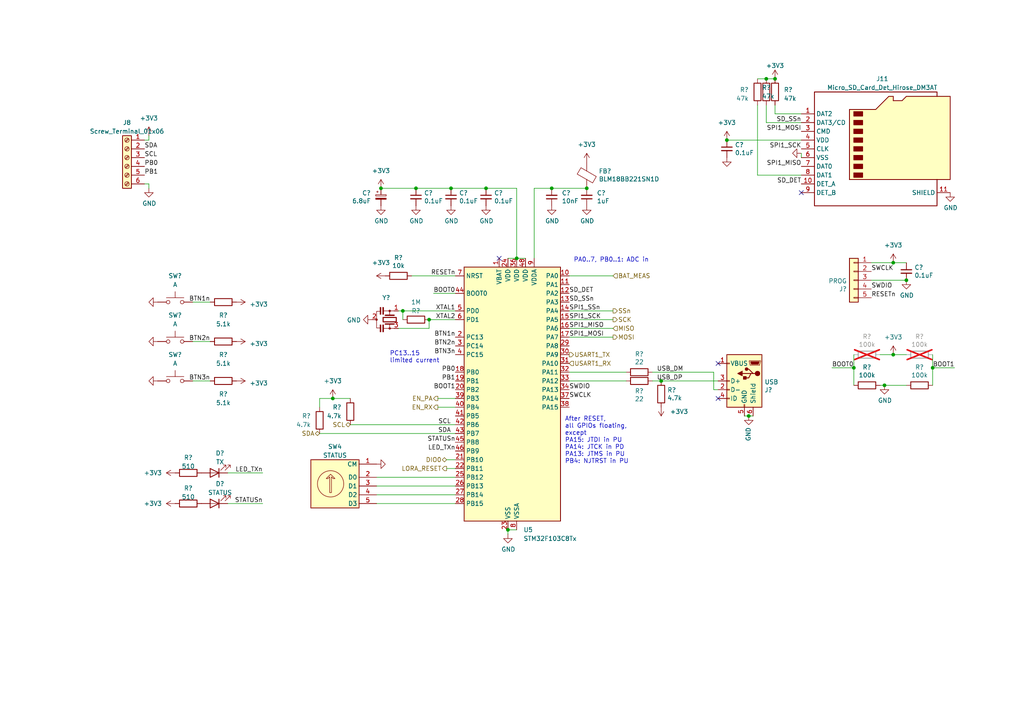
<source format=kicad_sch>
(kicad_sch (version 20230121) (generator eeschema)
  (paper "A4")
  (title_block (title "Hercules") (date "2023-07-26") (rev "0") (company "HB9EGM") (comment 1 "LoRa GNSS Tracker with PA"))
  (lib_symbols
    (symbol "Connector:Micro_SD_Card_Det_Hirose_DM3AT"
      (property "Reference" "J" (at -16.51 17.78 0))
      (property "Value" "Micro_SD_Card_Det_Hirose_DM3AT" (at 16.51 17.78 0))
      (symbol "Micro_SD_Card_Det_Hirose_DM3AT_0_1"
        (rectangle (start -7.62 -6.985) (end -5.08 -8.255) (stroke (width 0.254)) (fill (type outline)))
        (rectangle (start -7.62 -4.445) (end -5.08 -5.715) (stroke (width 0.254)) (fill (type outline)))
        (rectangle (start -7.62 -1.905) (end -5.08 -3.175) (stroke (width 0.254)) (fill (type outline)))
        (rectangle (start -7.62 0.635) (end -5.08 -0.635) (stroke (width 0.254)) (fill (type outline)))
        (rectangle (start -7.62 3.175) (end -5.08 1.905) (stroke (width 0.254)) (fill (type outline)))
        (rectangle (start -7.62 5.715) (end -5.08 4.445) (stroke (width 0.254)) (fill (type outline)))
        (rectangle (start -7.62 8.255) (end -5.08 6.985) (stroke (width 0.254)) (fill (type outline)))
        (rectangle (start -7.62 10.795) (end -5.08 9.525) (stroke (width 0.254)) (fill (type outline)))
        (polyline (pts (xy 16.51 15.24) (xy 16.51 16.51) (xy -19.05 16.51) (xy -19.05 -16.51) (xy 16.51 -16.51) (xy 16.51 -8.89)) (stroke (width 0.254)))
        (polyline (pts (xy -8.89 -8.89) (xy -8.89 11.43) (xy -1.27 11.43) (xy 2.54 15.24) (xy 3.81 15.24) (xy 3.81 13.97) (xy 6.35 13.97) (xy 7.62 15.24) (xy 20.32 15.24) (xy 20.32 -8.89) (xy -8.89 -8.89)) (stroke (width 0.254)) (fill (type background)))
      )
      (symbol "Micro_SD_Card_Det_Hirose_DM3AT_1_1"
        (pin bidirectional line (at -22.86 10.16 0) (length 3.81) (name "DAT2") (number "1"))
        (pin passive line (at -22.86 -10.16 0) (length 3.81) (name "DET_A") (number "10"))
        (pin passive line (at 20.32 -12.7 180) (length 3.81) (name "SHIELD") (number "11"))
        (pin bidirectional line (at -22.86 7.62 0) (length 3.81) (name "DAT3/CD") (number "2"))
        (pin input line (at -22.86 5.08 0) (length 3.81) (name "CMD") (number "3"))
        (pin power_in line (at -22.86 2.54 0) (length 3.81) (name "VDD") (number "4"))
        (pin input line (at -22.86 0 0) (length 3.81) (name "CLK") (number "5"))
        (pin power_in line (at -22.86 -2.54 0) (length 3.81) (name "VSS") (number "6"))
        (pin bidirectional line (at -22.86 -5.08 0) (length 3.81) (name "DAT0") (number "7"))
        (pin bidirectional line (at -22.86 -7.62 0) (length 3.81) (name "DAT1") (number "8"))
        (pin passive line (at -22.86 -12.7 0) (length 3.81) (name "DET_B") (number "9"))
      )
    )
    (symbol "Connector:Screw_Terminal_01x06" (pin_names (offset 1.016) hide)
      (property "Reference" "J" (at 0 7.62 0))
      (property "Value" "Screw_Terminal_01x06" (at 0 -10.16 0))
      (symbol "Screw_Terminal_01x06_1_1"
        (rectangle (start -1.27 6.35) (end 1.27 -8.89) (stroke (width 0.254)) (fill (type background)))
        (circle (center 0 -7.62) (radius 0.635) (stroke (width 0.1524)))
        (circle (center 0 -5.08) (radius 0.635) (stroke (width 0.1524)))
        (circle (center 0 -2.54) (radius 0.635) (stroke (width 0.1524)))
        (polyline (pts (xy -0.5334 -7.2898) (xy 0.3302 -8.128)) (stroke (width 0.1524)))
        (polyline (pts (xy -0.5334 -4.7498) (xy 0.3302 -5.588)) (stroke (width 0.1524)))
        (polyline (pts (xy -0.5334 -2.2098) (xy 0.3302 -3.048)) (stroke (width 0.1524)))
        (polyline (pts (xy -0.5334 0.3302) (xy 0.3302 -0.508)) (stroke (width 0.1524)))
        (polyline (pts (xy -0.5334 2.8702) (xy 0.3302 2.032)) (stroke (width 0.1524)))
        (polyline (pts (xy -0.5334 5.4102) (xy 0.3302 4.572)) (stroke (width 0.1524)))
        (polyline (pts (xy -0.3556 -7.112) (xy 0.508 -7.9502)) (stroke (width 0.1524)))
        (polyline (pts (xy -0.3556 -4.572) (xy 0.508 -5.4102)) (stroke (width 0.1524)))
        (polyline (pts (xy -0.3556 -2.032) (xy 0.508 -2.8702)) (stroke (width 0.1524)))
        (polyline (pts (xy -0.3556 0.508) (xy 0.508 -0.3302)) (stroke (width 0.1524)))
        (polyline (pts (xy -0.3556 3.048) (xy 0.508 2.2098)) (stroke (width 0.1524)))
        (polyline (pts (xy -0.3556 5.588) (xy 0.508 4.7498)) (stroke (width 0.1524)))
        (circle (center 0 0) (radius 0.635) (stroke (width 0.1524)))
        (circle (center 0 2.54) (radius 0.635) (stroke (width 0.1524)))
        (circle (center 0 5.08) (radius 0.635) (stroke (width 0.1524)))
        (pin passive line (at -5.08 5.08 0) (length 3.81) (name "Pin_1") (number "1"))
        (pin passive line (at -5.08 2.54 0) (length 3.81) (name "Pin_2") (number "2"))
        (pin passive line (at -5.08 0 0) (length 3.81) (name "Pin_3") (number "3"))
        (pin passive line (at -5.08 -2.54 0) (length 3.81) (name "Pin_4") (number "4"))
        (pin passive line (at -5.08 -5.08 0) (length 3.81) (name "Pin_5") (number "5"))
        (pin passive line (at -5.08 -7.62 0) (length 3.81) (name "Pin_6") (number "6"))
      )
    )
    (symbol "Connector:USB_B_Micro" (pin_names (offset 1.016))
      (property "Reference" "J" (at -5.08 11.43 0))
      (property "Value" "USB_B_Micro" (at -5.08 8.89 0))
      (symbol "USB_B_Micro_0_1"
        (rectangle (start -5.08 -7.62) (end 5.08 7.62) (stroke (width 0.254)) (fill (type background)))
        (circle (center -3.81 2.159) (radius 0.635) (stroke (width 0.254)) (fill (type outline)))
        (circle (center -0.635 3.429) (radius 0.381) (stroke (width 0.254)) (fill (type outline)))
        (rectangle (start -0.127 -7.62) (end 0.127 -6.858))
        (polyline (pts (xy -1.905 2.159) (xy 0.635 2.159)) (stroke (width 0.254)))
        (polyline (pts (xy -3.175 2.159) (xy -2.54 2.159) (xy -1.27 3.429) (xy -0.635 3.429)) (stroke (width 0.254)))
        (polyline (pts (xy -2.54 2.159) (xy -1.905 2.159) (xy -1.27 0.889) (xy 0 0.889)) (stroke (width 0.254)))
        (polyline (pts (xy 0.635 2.794) (xy 0.635 1.524) (xy 1.905 2.159) (xy 0.635 2.794)) (stroke (width 0.254)) (fill (type outline)))
        (polyline (pts (xy -4.318 5.588) (xy -1.778 5.588) (xy -2.032 4.826) (xy -4.064 4.826) (xy -4.318 5.588)) (fill (type outline)))
        (polyline (pts (xy -4.699 5.842) (xy -4.699 5.588) (xy -4.445 4.826) (xy -4.445 4.572) (xy -1.651 4.572) (xy -1.651 4.826) (xy -1.397 5.588) (xy -1.397 5.842) (xy -4.699 5.842)))
        (rectangle (start 0.254 1.27) (end -0.508 0.508) (stroke (width 0.254)) (fill (type outline)))
        (rectangle (start 5.08 -5.207) (end 4.318 -4.953))
        (rectangle (start 5.08 -2.667) (end 4.318 -2.413))
        (rectangle (start 5.08 -0.127) (end 4.318 0.127))
        (rectangle (start 5.08 4.953) (end 4.318 5.207))
      )
      (symbol "USB_B_Micro_1_1"
        (pin power_out line (at 7.62 5.08 180) (length 2.54) (name "VBUS") (number "1"))
        (pin bidirectional line (at 7.62 -2.54 180) (length 2.54) (name "D-") (number "2"))
        (pin bidirectional line (at 7.62 0 180) (length 2.54) (name "D+") (number "3"))
        (pin passive line (at 7.62 -5.08 180) (length 2.54) (name "ID") (number "4"))
        (pin power_out line (at 0 -10.16 90) (length 2.54) (name "GND") (number "5"))
        (pin passive line (at -2.54 -10.16 90) (length 2.54) (name "Shield") (number "6"))
      )
    )
    (symbol "Connector_Generic:Conn_01x05" (pin_names (offset 1.016) hide)
      (property "Reference" "J" (at 0 7.62 0))
      (property "Value" "Conn_01x05" (at 0 -7.62 0))
      (symbol "Conn_01x05_1_1"
        (rectangle (start -1.27 -4.953) (end 0 -5.207) (stroke (width 0.1524)))
        (rectangle (start -1.27 -2.413) (end 0 -2.667) (stroke (width 0.1524)))
        (rectangle (start -1.27 0.127) (end 0 -0.127) (stroke (width 0.1524)))
        (rectangle (start -1.27 2.667) (end 0 2.413) (stroke (width 0.1524)))
        (rectangle (start -1.27 5.207) (end 0 4.953) (stroke (width 0.1524)))
        (rectangle (start -1.27 6.35) (end 1.27 -6.35) (stroke (width 0.254)) (fill (type background)))
        (pin passive line (at -5.08 5.08 0) (length 3.81) (name "Pin_1") (number "1"))
        (pin passive line (at -5.08 2.54 0) (length 3.81) (name "Pin_2") (number "2"))
        (pin passive line (at -5.08 0 0) (length 3.81) (name "Pin_3") (number "3"))
        (pin passive line (at -5.08 -2.54 0) (length 3.81) (name "Pin_4") (number "4"))
        (pin passive line (at -5.08 -5.08 0) (length 3.81) (name "Pin_5") (number "5"))
      )
    )
    (symbol "Device:C_Polarized_Small" (pin_numbers hide) (pin_names (offset 0.254) hide)
      (property "Reference" "C" (at 0.254 1.778 0))
      (property "Value" "C_Polarized_Small" (at 0.254 -2.032 0))
      (symbol "C_Polarized_Small_0_1"
        (rectangle (start -1.524 -0.3048) (end 1.524 -0.6858) (fill (type outline)))
        (rectangle (start -1.524 0.6858) (end 1.524 0.3048))
        (polyline (pts (xy -1.27 1.524) (xy -0.762 1.524)))
        (polyline (pts (xy -1.016 1.27) (xy -1.016 1.778)))
      )
      (symbol "C_Polarized_Small_1_1"
        (pin passive line (at 0 2.54 270) (length 1.8542) (name "~") (number "1"))
        (pin passive line (at 0 -2.54 90) (length 1.8542) (name "~") (number "2"))
      )
    )
    (symbol "Device:C_Small" (pin_numbers hide) (pin_names (offset 0.254) hide)
      (property "Reference" "C" (at 0.254 1.778 0))
      (property "Value" "C_Small" (at 0.254 -2.032 0))
      (symbol "C_Small_0_1"
        (polyline (pts (xy -1.524 -0.508) (xy 1.524 -0.508)) (stroke (width 0.3302)))
        (polyline (pts (xy -1.524 0.508) (xy 1.524 0.508)) (stroke (width 0.3048)))
      )
      (symbol "C_Small_1_1"
        (pin passive line (at 0 2.54 270) (length 2.032) (name "~") (number "1"))
        (pin passive line (at 0 -2.54 90) (length 2.032) (name "~") (number "2"))
      )
    )
    (symbol "Device:FerriteBead" (pin_numbers hide) (pin_names (offset 0))
      (property "Reference" "FB" (at -3.81 0.635 90))
      (property "Value" "FerriteBead" (at 3.81 0 90))
      (symbol "FerriteBead_0_1"
        (polyline (pts (xy 0 -1.27) (xy 0 -1.2192)))
        (polyline (pts (xy 0 1.27) (xy 0 1.2954)))
        (polyline (pts (xy -2.7686 0.4064) (xy -1.7018 2.2606) (xy 2.7686 -0.3048) (xy 1.6764 -2.159) (xy -2.7686 0.4064)))
      )
      (symbol "FerriteBead_1_1"
        (pin passive line (at 0 3.81 270) (length 2.54) (name "~") (number "1"))
        (pin passive line (at 0 -3.81 90) (length 2.54) (name "~") (number "2"))
      )
    )
    (symbol "Device:LED" (pin_numbers hide) (pin_names (offset 1.016) hide)
      (property "Reference" "D" (at 0 2.54 0))
      (property "Value" "LED" (at 0 -2.54 0))
      (symbol "LED_0_1"
        (polyline (pts (xy -1.27 -1.27) (xy -1.27 1.27)) (stroke (width 0.254)))
        (polyline (pts (xy -1.27 0) (xy 1.27 0)))
        (polyline (pts (xy 1.27 -1.27) (xy 1.27 1.27) (xy -1.27 0) (xy 1.27 -1.27)) (stroke (width 0.254)))
        (polyline (pts (xy -3.048 -0.762) (xy -4.572 -2.286) (xy -3.81 -2.286) (xy -4.572 -2.286) (xy -4.572 -1.524)))
        (polyline (pts (xy -1.778 -0.762) (xy -3.302 -2.286) (xy -2.54 -2.286) (xy -3.302 -2.286) (xy -3.302 -1.524)))
      )
      (symbol "LED_1_1"
        (pin passive line (at -3.81 0 0) (length 2.54) (name "K") (number "1"))
        (pin passive line (at 3.81 0 180) (length 2.54) (name "A") (number "2"))
      )
    )
    (symbol "Device:R" (pin_numbers hide) (pin_names (offset 0))
      (property "Reference" "R" (at 2.032 0 90))
      (property "Value" "R" (at 0 0 90))
      (symbol "R_0_1"
        (rectangle (start -1.016 -2.54) (end 1.016 2.54) (stroke (width 0.254)))
      )
      (symbol "R_1_1"
        (pin passive line (at 0 3.81 270) (length 1.27) (name "~") (number "1"))
        (pin passive line (at 0 -3.81 90) (length 1.27) (name "~") (number "2"))
      )
    )
    (symbol "STM32F103C8Tx_1"
      (property "Reference" "U" (at -12.7 39.37 0))
      (property "Value" "STM32F103C8Tx" (at 10.16 39.37 0))
      (symbol "STM32F103C8Tx_1_0_1"
        (rectangle (start -12.7 -35.56) (end 15.24 38.1) (stroke (width 0.254)) (fill (type background)))
      )
      (symbol "STM32F103C8Tx_1_1_1"
        (pin power_in line (at -2.54 40.64 270) (length 2.54) (name "VBAT") (number "1"))
        (pin bidirectional line (at 17.78 35.56 180) (length 2.54) (name "PA0") (number "10"))
        (pin bidirectional line (at 17.78 33.02 180) (length 2.54) (name "PA1") (number "11"))
        (pin bidirectional line (at 17.78 30.48 180) (length 2.54) (name "PA2") (number "12"))
        (pin bidirectional line (at 17.78 27.94 180) (length 2.54) (name "PA3") (number "13"))
        (pin bidirectional line (at 17.78 25.4 180) (length 2.54) (name "PA4") (number "14"))
        (pin bidirectional line (at 17.78 22.86 180) (length 2.54) (name "PA5") (number "15"))
        (pin bidirectional line (at 17.78 20.32 180) (length 2.54) (name "PA6") (number "16"))
        (pin bidirectional line (at 17.78 17.78 180) (length 2.54) (name "PA7") (number "17"))
        (pin bidirectional line (at -15.24 7.62 0) (length 2.54) (name "PB0") (number "18"))
        (pin bidirectional line (at -15.24 5.08 0) (length 2.54) (name "PB1") (number "19"))
        (pin bidirectional line (at -15.24 17.78 0) (length 2.54) (name "PC13") (number "2"))
        (pin bidirectional line (at -15.24 2.54 0) (length 2.54) (name "PB2") (number "20"))
        (pin bidirectional line (at -15.24 -17.78 0) (length 2.54) (name "PB10") (number "21"))
        (pin bidirectional line (at -15.24 -20.32 0) (length 2.54) (name "PB11") (number "22"))
        (pin power_in line (at 0 -38.1 90) (length 2.54) (name "VSS") (number "23"))
        (pin power_in line (at 0 40.64 270) (length 2.54) (name "VDD") (number "24"))
        (pin bidirectional line (at -15.24 -22.86 0) (length 2.54) (name "PB12") (number "25"))
        (pin bidirectional line (at -15.24 -25.4 0) (length 2.54) (name "PB13") (number "26"))
        (pin bidirectional line (at -15.24 -27.94 0) (length 2.54) (name "PB14") (number "27"))
        (pin bidirectional line (at -15.24 -30.48 0) (length 2.54) (name "PB15") (number "28"))
        (pin bidirectional line (at 17.78 15.24 180) (length 2.54) (name "PA8") (number "29"))
        (pin bidirectional line (at -15.24 15.24 0) (length 2.54) (name "PC14") (number "3"))
        (pin bidirectional line (at 17.78 12.7 180) (length 2.54) (name "PA9") (number "30"))
        (pin bidirectional line (at 17.78 10.16 180) (length 2.54) (name "PA10") (number "31"))
        (pin bidirectional line (at 17.78 7.62 180) (length 2.54) (name "PA11") (number "32"))
        (pin bidirectional line (at 17.78 5.08 180) (length 2.54) (name "PA12") (number "33"))
        (pin bidirectional line (at 17.78 2.54 180) (length 2.54) (name "PA13") (number "34"))
        (pin passive line (at 0 -38.1 90) (length 2.54) hide (name "VSS") (number "35"))
        (pin power_in line (at 2.54 40.64 270) (length 2.54) (name "VDD") (number "36"))
        (pin bidirectional line (at 17.78 0 180) (length 2.54) (name "PA14") (number "37"))
        (pin bidirectional line (at 17.78 -2.54 180) (length 2.54) (name "PA15") (number "38"))
        (pin bidirectional line (at -15.24 0 0) (length 2.54) (name "PB3") (number "39"))
        (pin bidirectional line (at -15.24 12.7 0) (length 2.54) (name "PC15") (number "4"))
        (pin bidirectional line (at -15.24 -2.54 0) (length 2.54) (name "PB4") (number "40"))
        (pin bidirectional line (at -15.24 -5.08 0) (length 2.54) (name "PB5") (number "41"))
        (pin bidirectional line (at -15.24 -7.62 0) (length 2.54) (name "PB6") (number "42"))
        (pin bidirectional line (at -15.24 -10.16 0) (length 2.54) (name "PB7") (number "43"))
        (pin input line (at -15.24 30.48 0) (length 2.54) (name "BOOT0") (number "44"))
        (pin bidirectional line (at -15.24 -12.7 0) (length 2.54) (name "PB8") (number "45"))
        (pin bidirectional line (at -15.24 -15.24 0) (length 2.54) (name "PB9") (number "46"))
        (pin passive line (at 0 -38.1 90) (length 2.54) hide (name "VSS") (number "47"))
        (pin power_in line (at 5.08 40.64 270) (length 2.54) (name "VDD") (number "48"))
        (pin bidirectional line (at -15.24 25.4 0) (length 2.54) (name "PD0") (number "5"))
        (pin bidirectional line (at -15.24 22.86 0) (length 2.54) (name "PD1") (number "6"))
        (pin input line (at -15.24 35.56 0) (length 2.54) (name "NRST") (number "7"))
        (pin power_in line (at 2.54 -38.1 90) (length 2.54) (name "VSSA") (number "8"))
        (pin power_in line (at 7.62 40.64 270) (length 2.54) (name "VDDA") (number "9"))
      )
    )
    (symbol "Switch:SW_Coded"
      (property "Reference" "SW" (at -6.35 8.89 0))
      (property "Value" "SW_Coded" (at -6.35 -7.62 0))
      (symbol "SW_Coded_0_1"
        (circle (center -0.635 0.635) (radius 3.81))
        (polyline (pts (xy -0.889 -1.905) (xy -0.889 2.667) (xy -1.397 2.159) (xy -1.905 2.159) (xy -0.635 3.429) (xy 0.635 2.159) (xy 0.127 2.159) (xy -0.381 2.667) (xy -0.381 -1.905) (xy -0.889 -1.905) (xy -0.889 -1.905)))
        (rectangle (start 7.62 7.62) (end -6.35 -6.35) (stroke (width 0.254)) (fill (type background)))
      )
      (symbol "SW_Coded_1_1"
        (pin passive line (at 12.7 6.35 180) (length 5.08) (name "CM") (number "1"))
        (pin passive line (at 12.7 2.54 180) (length 5.08) (name "D0") (number "2"))
        (pin passive line (at 12.7 0 180) (length 5.08) (name "D1") (number "3"))
        (pin passive line (at 12.7 -2.54 180) (length 5.08) (name "D2") (number "4"))
        (pin passive line (at 12.7 -5.08 180) (length 5.08) (name "D3") (number "5"))
      )
    )
    (symbol "Switch:SW_Push" (pin_numbers hide) (pin_names (offset 1.016) hide)
      (property "Reference" "SW" (at 1.27 2.54 0))
      (property "Value" "SW_Push" (at 0 -1.524 0))
      (symbol "SW_Push_0_1"
        (circle (center -2.032 0) (radius 0.508))
        (polyline (pts (xy 0 1.27) (xy 0 3.048)))
        (polyline (pts (xy 2.54 1.27) (xy -2.54 1.27)))
        (circle (center 2.032 0) (radius 0.508))
        (pin passive line (at -5.08 0 0) (length 2.54) (name "1") (number "1"))
        (pin passive line (at 5.08 0 180) (length 2.54) (name "2") (number "2"))
      )
    )
    (symbol "mpb:CSTNE16M0V530000R0" (pin_names (offset 1.016) hide)
      (property "Reference" "Y" (at 3.175 1.905 0))
      (property "Value" "CSTNE16M0V530000R0" (at 3.175 0 0))
      (symbol "CSTNE16M0V530000R0_0_1"
        (rectangle (start -3.556 -2.54) (end -1.524 -2.794) (fill (type outline)))
        (rectangle (start -3.556 -1.778) (end -1.524 -2.032) (fill (type outline)))
        (circle (center -2.54 0) (radius 0.254) (fill (type outline)))
        (rectangle (start -0.635 1.905) (end 0.635 -1.905) (stroke (width 0.3048)))
        (circle (center 0 -3.81) (radius 0.254) (fill (type outline)))
        (polyline (pts (xy -2.54 -1.778) (xy -2.54 0)))
        (polyline (pts (xy -2.54 0) (xy -1.397 0)))
        (polyline (pts (xy -2.54 1.27) (xy -2.54 0)))
        (polyline (pts (xy -1.27 -1.27) (xy -1.27 1.27)) (stroke (width 0.381)))
        (polyline (pts (xy 1.27 -1.27) (xy 1.27 1.27)) (stroke (width 0.381)))
        (polyline (pts (xy 1.27 0) (xy 2.54 0)))
        (polyline (pts (xy 2.54 0) (xy 2.54 -1.778)))
        (polyline (pts (xy 2.54 1.27) (xy 2.54 0)))
        (polyline (pts (xy 2.413 -2.794) (xy 2.413 -3.81) (xy -2.413 -3.81) (xy -2.413 -2.667)))
        (rectangle (start 1.524 -2.54) (end 3.556 -2.794) (fill (type outline)))
        (rectangle (start 1.524 -1.778) (end 3.556 -2.032) (fill (type outline)))
        (circle (center 2.54 0) (radius 0.254) (fill (type outline)))
      )
      (symbol "CSTNE16M0V530000R0_1_1"
        (pin passive line (at -2.54 2.54 270) (length 1.27) (name "1") (number "1"))
        (pin passive line (at 0 -5.08 90) (length 1.27) (name "2") (number "2"))
        (pin passive line (at 2.54 2.54 270) (length 1.27) (name "3") (number "3"))
      )
    )
    (symbol "power:+3V3" (power) (pin_names (offset 0))
      (property "Value" "+3V3" (at 0 3.556 0))
      (symbol "+3V3_0_1"
        (polyline (pts (xy -0.762 1.27) (xy 0 2.54)))
        (polyline (pts (xy 0 0) (xy 0 2.54)))
        (polyline (pts (xy 0 2.54) (xy 0.762 1.27)))
      )
      (symbol "+3V3_1_1"
        (pin power_in line (at 0 0 90) (length 0) hide (name "+3V3") (number "1"))
      )
    )
    (symbol "power:GND" (power) (pin_names (offset 0))
      (property "Value" "GND" (at 0 -3.81 0))
      (symbol "GND_0_1"
        (polyline (pts (xy 0 0) (xy 0 -1.27) (xy 1.27 -1.27) (xy 0 -2.54) (xy -1.27 -1.27) (xy 0 -1.27)))
      )
      (symbol "GND_1_1"
        (pin power_in line (at 0 0 270) (length 0) hide (name "GND") (number "1"))
      )
    )
  )
  (junction (at 224.79 22.86))
  (junction (at 222.25 22.86))
  (junction (at 116.84 90.17))
  (junction (at 140.97 54.61))
  (junction (at 160.02 54.61))
  (junction (at 96.52 115.57))
  (junction (at 262.89 81.28))
  (junction (at 247.65 106.68))
  (junction (at 191.77 110.49))
  (junction (at 210.82 40.64))
  (junction (at 217.17 120.65))
  (junction (at 130.81 54.61))
  (junction (at 256.54 111.76))
  (junction (at 147.32 153.67))
  (junction (at 120.65 54.61))
  (junction (at 110.49 54.61))
  (junction (at 259.08 76.2))
  (junction (at 149.86 74.93))
  (junction (at 170.18 54.61))
  (junction (at 270.51 106.68))
  (junction (at 259.08 102.87))
  (junction (at 124.46 92.71))
  (no_connect (at 208.28 105.41))
  (no_connect (at 208.28 115.57))
  (no_connect (at 144.78 74.93))
  (no_connect (at 232.41 55.88))
  (wire (pts (xy 165.1 92.71) (xy 177.8 92.71)))
  (wire (pts (xy 110.49 54.61) (xy 120.65 54.61)))
  (wire (pts (xy 66.04 137.16) (xy 76.2 137.16)))
  (wire (pts (xy 270.51 102.87) (xy 270.51 106.68)))
  (wire (pts (xy 119.38 80.01) (xy 132.08 80.01)))
  (wire (pts (xy 232.41 44.45) (xy 232.41 45.72)))
  (wire (pts (xy 147.32 154.94) (xy 147.32 153.67)))
  (wire (pts (xy 154.94 54.61) (xy 160.02 54.61)))
  (wire (pts (xy 116.84 90.17) (xy 115.57 90.17)))
  (wire (pts (xy 256.54 111.76) (xy 262.89 111.76)))
  (wire (pts (xy 132.08 90.17) (xy 116.84 90.17)))
  (wire (pts (xy 219.71 30.48) (xy 219.71 50.8)))
  (wire (pts (xy 219.71 22.86) (xy 222.25 22.86)))
  (wire (pts (xy 109.22 138.43) (xy 132.08 138.43)))
  (wire (pts (xy 124.46 95.25) (xy 115.57 95.25)))
  (wire (pts (xy 129.54 133.35) (xy 132.08 133.35)))
  (wire (pts (xy 154.94 54.61) (xy 154.94 74.93)))
  (wire (pts (xy 92.71 118.11) (xy 92.71 115.57)))
  (wire (pts (xy 252.73 81.28) (xy 262.89 81.28)))
  (wire (pts (xy 259.08 102.87) (xy 262.89 102.87)))
  (wire (pts (xy 270.51 106.68) (xy 270.51 111.76)))
  (wire (pts (xy 189.23 110.49) (xy 191.77 110.49)))
  (wire (pts (xy 92.71 125.73) (xy 132.08 125.73)))
  (wire (pts (xy 55.88 110.49) (xy 60.96 110.49)))
  (wire (pts (xy 43.18 40.64) (xy 43.18 39.37)))
  (wire (pts (xy 247.65 102.87) (xy 247.65 106.68)))
  (wire (pts (xy 129.54 135.89) (xy 132.08 135.89)))
  (wire (pts (xy 222.25 22.86) (xy 224.79 22.86)))
  (wire (pts (xy 124.46 95.25) (xy 124.46 92.71)))
  (wire (pts (xy 241.3 106.68) (xy 247.65 106.68)))
  (wire (pts (xy 125.73 85.09) (xy 132.08 85.09)))
  (wire (pts (xy 152.4 74.93) (xy 149.86 74.93)))
  (wire (pts (xy 66.04 146.05) (xy 76.2 146.05)))
  (wire (pts (xy 130.81 54.61) (xy 140.97 54.61)))
  (wire (pts (xy 124.46 92.71) (xy 132.08 92.71)))
  (wire (pts (xy 255.27 102.87) (xy 259.08 102.87)))
  (wire (pts (xy 165.1 97.79) (xy 177.8 97.79)))
  (wire (pts (xy 43.18 53.34) (xy 41.91 53.34)))
  (wire (pts (xy 255.27 111.76) (xy 256.54 111.76)))
  (wire (pts (xy 247.65 106.68) (xy 247.65 111.76)))
  (wire (pts (xy 147.32 153.67) (xy 149.86 153.67)))
  (wire (pts (xy 127 118.11) (xy 132.08 118.11)))
  (wire (pts (xy 207.01 113.03) (xy 207.01 107.95)))
  (wire (pts (xy 218.44 120.65) (xy 217.17 120.65)))
  (wire (pts (xy 259.08 76.2) (xy 262.89 76.2)))
  (wire (pts (xy 109.22 146.05) (xy 132.08 146.05)))
  (wire (pts (xy 222.25 35.56) (xy 232.41 35.56)))
  (wire (pts (xy 149.86 54.61) (xy 149.86 74.93)))
  (wire (pts (xy 219.71 50.8) (xy 232.41 50.8)))
  (wire (pts (xy 270.51 106.68) (xy 276.86 106.68)))
  (wire (pts (xy 165.1 90.17) (xy 177.8 90.17)))
  (wire (pts (xy 140.97 54.61) (xy 149.86 54.61)))
  (wire (pts (xy 191.77 110.49) (xy 208.28 110.49)))
  (wire (pts (xy 43.18 54.61) (xy 43.18 53.34)))
  (wire (pts (xy 127 115.57) (xy 132.08 115.57)))
  (wire (pts (xy 224.79 33.02) (xy 224.79 30.48)))
  (wire (pts (xy 222.25 30.48) (xy 222.25 35.56)))
  (wire (pts (xy 120.65 54.61) (xy 130.81 54.61)))
  (wire (pts (xy 109.22 140.97) (xy 132.08 140.97)))
  (wire (pts (xy 92.71 115.57) (xy 96.52 115.57)))
  (wire (pts (xy 252.73 76.2) (xy 259.08 76.2)))
  (wire (pts (xy 165.1 95.25) (xy 177.8 95.25)))
  (wire (pts (xy 232.41 33.02) (xy 224.79 33.02)))
  (wire (pts (xy 116.84 92.71) (xy 116.84 90.17)))
  (wire (pts (xy 215.9 120.65) (xy 217.17 120.65)))
  (wire (pts (xy 55.88 87.63) (xy 60.96 87.63)))
  (wire (pts (xy 101.6 123.19) (xy 132.08 123.19)))
  (wire (pts (xy 210.82 40.64) (xy 232.41 40.64)))
  (wire (pts (xy 165.1 107.95) (xy 181.61 107.95)))
  (wire (pts (xy 41.91 40.64) (xy 43.18 40.64)))
  (wire (pts (xy 165.1 110.49) (xy 181.61 110.49)))
  (wire (pts (xy 55.88 99.06) (xy 60.96 99.06)))
  (wire (pts (xy 207.01 107.95) (xy 189.23 107.95)))
  (wire (pts (xy 149.86 74.93) (xy 147.32 74.93)))
  (wire (pts (xy 96.52 115.57) (xy 101.6 115.57)))
  (wire (pts (xy 160.02 54.61) (xy 170.18 54.61)))
  (wire (pts (xy 177.8 80.01) (xy 165.1 80.01)))
  (wire (pts (xy 207.01 113.03) (xy 208.28 113.03)))
  (wire (pts (xy 109.22 143.51) (xy 132.08 143.51)))
  (text "PA0..7, PB0..1: ADC in" (at 166.37 76.2 0) (effects (font (size 1.27 1.27)) (justify left bottom)))
  (text "PC13..15\nlimited current" (at 113.03 105.41 0) (effects (font (size 1.27 1.27)) (justify left bottom)))
  (text "After RESET,\nall GPIOs floating,\nexcept\nPA15: JTDI in PU\nPA14: JTCK in PD\nPA13: JTMS in PU\nPB4: NJTRST in PU" (at 163.83 134.62 0) (effects (font (size 1.27 1.27)) (justify left bottom)))
  (label "BTN1n" (at 132.08 97.79 180))
  (label "SD_SSn" (at 165.1 87.63 0))
  (label "SDA" (at 130.81 125.73 180))
  (label "BOOT1" (at 132.08 113.03 180))
  (label "BTN2n" (at 60.96 99.06 180))
  (label "BTN2n" (at 132.08 100.33 180))
  (label "STATUSn" (at 132.08 128.27 180))
  (label "PB1" (at 41.91 50.8 0))
  (label "SD_DET" (at 232.41 53.34 180))
  (label "SPI1_MISO" (at 165.1 95.25 0))
  (label "SCL" (at 130.81 123.19 180))
  (label "SWDIO" (at 252.73 83.82 0))
  (label "XTAL2" (at 132.08 92.71 180))
  (label "LED_TXn" (at 132.08 130.81 180))
  (label "BOOT0" (at 125.73 85.09 0))
  (label "BTN3n" (at 60.96 110.49 180))
  (label "SD_DET" (at 165.1 85.09 0))
  (label "SWDIO" (at 165.1 113.03 0))
  (label "SCL" (at 41.91 45.72 0))
  (label "USB_DM" (at 190.5 107.95 0))
  (label "SWCLK" (at 252.73 78.74 0))
  (label "PB0" (at 132.08 107.95 180))
  (label "SWCLK" (at 165.1 115.57 0))
  (label "SD_SSn" (at 232.41 35.56 180))
  (label "SPI1_MOSI" (at 165.1 97.79 0))
  (label "PB1" (at 132.08 110.49 180))
  (label "RESETn" (at 252.73 86.36 0))
  (label "SPI1_SSn" (at 165.1 90.17 0))
  (label "PB0" (at 41.91 48.26 0))
  (label "BOOT1" (at 276.86 106.68 180))
  (label "SPI1_SCK" (at 232.41 43.18 180))
  (label "LED_TXn" (at 76.2 137.16 180))
  (label "STATUSn" (at 76.2 146.05 180))
  (label "BOOT0" (at 241.3 106.68 0))
  (label "SPI1_SCK" (at 165.1 92.71 0))
  (label "BTN1n" (at 60.96 87.63 180))
  (label "BTN3n" (at 132.08 102.87 180))
  (label "USB_DP" (at 190.5 110.49 0))
  (label "SDA" (at 41.91 43.18 0))
  (label "SPI1_MISO" (at 232.41 48.26 180))
  (label "SPI1_MOSI" (at 232.41 38.1 180))
  (label "XTAL1" (at 132.08 90.17 180))
  (label "RESETn" (at 132.08 80.01 180))
  (hierarchical_label "USART1_RX" (shape input) (at 165.1 105.41 0))
  (hierarchical_label "SSn" (shape output) (at 177.8 90.17 0))
  (hierarchical_label "SCK" (shape output) (at 177.8 92.71 0))
  (hierarchical_label "LORA_RESET" (shape output) (at 129.54 135.89 180))
  (hierarchical_label "EN_PA" (shape output) (at 127 115.57 180))
  (hierarchical_label "MOSI" (shape output) (at 177.8 97.79 0))
  (hierarchical_label "MISO" (shape input) (at 177.8 95.25 0))
  (hierarchical_label "BAT_MEAS" (shape input) (at 177.8 80.01 0))
  (hierarchical_label "USART1_TX" (shape output) (at 165.1 102.87 0))
  (hierarchical_label "DIO0" (shape bidirectional) (at 129.54 133.35 180))
  (hierarchical_label "SDA" (shape bidirectional) (at 92.71 125.73 180))
  (hierarchical_label "SCL" (shape bidirectional) (at 101.6 123.19 180))
  (hierarchical_label "EN_RX" (shape output) (at 127 118.11 180))
  (symbol (lib_id "power:+3V3") (at 96.52 115.57 0) (unit 1)
    (property "Reference" "#PWR?" (effects hide))
    (property "Value" "+3V3" (at 96.52 110.49 0))
    (instances (project "kicad-dart-70" (path "" (reference "#PWR?") (unit 1))) (project "tracker-kicad" (path "" (reference "#PWR058") (unit 1))))
  )
  (symbol (lib_id "Switch:SW_Push") (at 50.8 110.49 0) (unit 1)
    (property "Reference" "SW?" (at 50.8 102.87 0))
    (property "Value" "A" (at 50.8 105.41 0))
    (property "Footprint" "Button_Switch_THT:SW_PUSH_6mm" (effects hide))
    (property "MPN" "FSM8JH" (effects hide))
    (property "Need_order" "0" (effects hide))
    (instances (project "kicad-dart-70" (path "" (reference "SW?") (unit 1))) (project "tracker-kicad" (path "" (reference "SW3") (unit 1))))
  )
  (symbol (lib_id "Device:C_Small") (at 120.65 57.15 0) (unit 1)
    (property "Reference" "C?" (at 122.9868 55.9816 0) (effects (justify left)))
    (property "Value" "0.1uF" (at 122.9868 58.293 0) (effects (justify left)))
    (property "Footprint" "Capacitor_SMD:C_0603_1608Metric_Pad1.08x0.95mm_HandSolder" (effects hide))
    (property "MPN" "GRM188R71H104KA93D" (effects hide))
    (property "Need_order" "0" (effects hide))
    (instances (project "kicad-dart-70" (path "" (reference "C?") (unit 1))) (project "tracker-kicad" (path "" (reference "C29") (unit 1))))
  )
  (symbol (lib_id "power:GND") (at 232.41 44.45 270) (unit 1)
    (property "Reference" "#PWR?" (effects hide))
    (property "Value" "GND" (effects hide))
    (instances (project "kicad-dart-70" (path "" (reference "#PWR?") (unit 1))) (project "tracker-kicad" (path "" (reference "#PWR075") (unit 1))))
  )
  (symbol (lib_id "Device:R") (at 92.71 121.92 0) (unit 1)
    (property "Reference" "R?" (at 90.17 120.6499 0) (effects (justify right)))
    (property "Value" "4.7k" (at 90.17 123.1899 0) (effects (justify right)))
    (property "Footprint" "Resistor_SMD:R_0603_1608Metric_Pad0.98x0.95mm_HandSolder" (effects hide))
    (property "Need_order" "0" (effects hide))
    (instances (project "kicad-dart-70" (path "" (reference "R?") (unit 1))) (project "tracker-kicad" (path "" (reference "R31") (unit 1))))
  )
  (symbol (lib_id "Device:R") (at 185.42 110.49 270) (unit 1)
    (property "Reference" "R?" (at 185.42 113.411 90))
    (property "Value" "22" (at 185.42 115.7224 90))
    (property "Footprint" "Resistor_SMD:R_0603_1608Metric_Pad0.98x0.95mm_HandSolder" (effects hide))
    (property "Need_order" "0" (effects hide))
    (instances (project "kicad-dart-70" (path "" (reference "R?") (unit 1))) (project "tracker-kicad" (path "" (reference "R36") (unit 1))))
  )
  (symbol (lib_id "power:+3V3") (at 68.58 87.63 270) (unit 1)
    (property "Reference" "#PWR?" (effects hide))
    (property "Value" "+3V3" (at 72.39 88.265 90) (effects (justify left)))
    (instances (project "kicad-dart-70" (path "" (reference "#PWR?") (unit 1))) (project "tracker-kicad" (path "" (reference "#PWR055") (unit 1))))
  )
  (symbol (lib_id "Device:C_Polarized_Small") (at 110.49 57.15 0) (unit 1)
    (property "Reference" "C?" (at 107.5944 55.9816 0) (effects (justify right)))
    (property "Value" "6.8uF" (at 107.5944 58.293 0) (effects (justify right)))
    (property "Footprint" "Capacitor_SMD:C_1210_3225Metric_Pad1.33x2.70mm_HandSolder" (effects hide))
    (property "MPN" "stash tantalum" (effects hide))
    (property "Need_order" "0" (effects hide))
    (instances (project "kicad-dart-70" (path "" (reference "C?") (unit 1))) (project "tracker-kicad" (path "" (reference "C28") (unit 1))))
  )
  (symbol (lib_id "power:GND") (at 160.02 59.69 0) (unit 1)
    (property "Reference" "#PWR?" (effects hide))
    (property "Value" "GND" (at 160.147 64.0842 0))
    (instances (project "kicad-dart-70" (path "" (reference "#PWR?") (unit 1))) (project "tracker-kicad" (path "" (reference "#PWR068") (unit 1))))
  )
  (symbol (lib_id "power:GND") (at 256.54 111.76 0) (unit 1)
    (property "Reference" "#PWR?" (effects hide))
    (property "Value" "GND" (at 256.667 116.1542 0))
    (instances (project "kicad-dart-70" (path "" (reference "#PWR?") (unit 1))) (project "tracker-kicad" (path "" (reference "#PWR076") (unit 1))))
  )
  (symbol (lib_id "Connector:Screw_Terminal_01x06") (at 36.83 45.72 0) (mirror y) (unit 1)
    (property "Reference" "J8" (at 36.83 35.56 0))
    (property "Value" "Screw_Terminal_01x06" (at 36.83 38.1 0))
    (property "Footprint" "Connector_PinHeader_2.54mm:PinHeader_1x06_P2.54mm_Vertical" (effects hide))
  )
  (symbol (lib_id "Device:R") (at 266.7 102.87 90) (unit 1) (dnp yes)
    (property "Reference" "R?" (at 266.7 97.6122 90))
    (property "Value" "100k" (at 266.7 99.9236 90))
    (property "Footprint" "Resistor_SMD:R_0603_1608Metric_Pad0.98x0.95mm_HandSolder" (effects hide))
    (property "Need_order" "0" (effects hide))
    (instances (project "kicad-dart-70" (path "" (reference "R?") (unit 1))) (project "tracker-kicad" (path "" (reference "R43") (unit 1))))
  )
  (symbol (lib_id "power:+3V3") (at 111.76 80.01 90) (unit 1)
    (property "Reference" "#PWR?" (effects hide))
    (property "Value" "+3V3" (at 110.49 76.2 90))
    (instances (project "kicad-dart-70" (path "" (reference "#PWR?") (unit 1))) (project "tracker-kicad" (path "" (reference "#PWR063") (unit 1))))
  )
  (symbol (lib_id "Device:C_Small") (at 170.18 57.15 180) (unit 1)
    (property "Reference" "C?" (at 173.101 55.9816 0) (effects (justify right)))
    (property "Value" "1uF" (at 173.101 58.293 0) (effects (justify right)))
    (property "Footprint" "Capacitor_SMD:C_0805_2012Metric_Pad1.18x1.45mm_HandSolder" (effects hide))
    (property "MPN" "08055C105JAT2A" (effects hide))
    (property "Need_order" "0" (effects hide))
    (instances (project "kicad-dart-70" (path "" (reference "C?") (unit 1))) (project "tracker-kicad" (path "" (reference "C33") (unit 1))))
  )
  (symbol (lib_id "Switch:SW_Coded") (at 96.52 140.97 0) (unit 1)
    (property "Reference" "SW4" (at 97.155 129.54 0))
    (property "Value" "STATUS" (at 97.155 132.08 0))
    (property "Footprint" "mpb:Series_221AM_RotaryDIPSwitch" (effects hide))
    (property "Datasheet" "/home/bram/Sync/Doc/Datasheet/221AMC rotary dip switch.pdf" (effects hide))
    (property "MPN" "221AMC10R " (effects hide))
    (property "Need_order" "1" (effects hide))
  )
  (symbol (lib_id "Device:R") (at 222.25 26.67 180) (unit 1)
    (property "Reference" "R?" (at 220.98 25.4 0) (effects (justify right)))
    (property "Value" "47k" (at 220.98 27.94 0) (effects (justify right)))
    (property "Footprint" "Resistor_SMD:R_0603_1608Metric_Pad0.98x0.95mm_HandSolder" (effects hide))
    (property "Need_order" "0" (effects hide))
    (instances (project "kicad-dart-70" (path "" (reference "R?") (unit 1))) (project "tracker-kicad" (path "" (reference "R39") (unit 1))))
  )
  (symbol (lib_id "power:GND") (at 147.32 154.94 0) (unit 1)
    (property "Reference" "#PWR?" (effects hide))
    (property "Value" "GND" (at 147.447 159.3342 0))
    (instances (project "kicad-dart-70" (path "" (reference "#PWR?") (unit 1))) (project "tracker-kicad" (path "" (reference "#PWR067") (unit 1))))
  )
  (symbol (lib_id "Device:R") (at 64.77 87.63 90) (unit 1)
    (property "Reference" "R?" (at 64.77 91.44 90))
    (property "Value" "5.1k" (at 64.77 93.98 90))
    (property "Footprint" "Resistor_SMD:R_0603_1608Metric_Pad0.98x0.95mm_HandSolder" (effects hide))
    (property "Need_order" "0" (effects hide))
    (instances (project "kicad-dart-70" (path "" (reference "R?") (unit 1))) (project "tracker-kicad" (path "" (reference "R28") (unit 1))))
  )
  (symbol (lib_id "power:GND") (at 45.72 87.63 270) (unit 1)
    (property "Reference" "#PWR?" (effects hide))
    (property "Value" "GND" (effects hide))
    (instances (project "kicad-dart-70" (path "" (reference "#PWR?") (unit 1))) (project "tracker-kicad" (path "" (reference "#PWR050") (unit 1))))
  )
  (symbol (lib_id "power:+3V3") (at 110.49 54.61 0) (unit 1)
    (property "Reference" "#PWR?" (effects hide))
    (property "Value" "+3V3" (at 110.49 49.53 0))
    (instances (project "kicad-dart-70" (path "" (reference "#PWR?") (unit 1))) (project "tracker-kicad" (path "" (reference "#PWR061") (unit 1))))
  )
  (symbol (lib_id "Device:R") (at 64.77 110.49 90) (unit 1)
    (property "Reference" "R?" (at 64.77 114.3 90))
    (property "Value" "5.1k" (at 64.77 116.84 90))
    (property "Footprint" "Resistor_SMD:R_0603_1608Metric_Pad0.98x0.95mm_HandSolder" (effects hide))
    (property "Need_order" "0" (effects hide))
    (instances (project "kicad-dart-70" (path "" (reference "R?") (unit 1))) (project "tracker-kicad" (path "" (reference "R30") (unit 1))))
  )
  (symbol (lib_id "Device:R") (at 101.6 119.38 0) (unit 1)
    (property "Reference" "R?" (at 99.06 118.1099 0) (effects (justify right)))
    (property "Value" "4.7k" (at 99.06 120.6499 0) (effects (justify right)))
    (property "Footprint" "Resistor_SMD:R_0603_1608Metric_Pad0.98x0.95mm_HandSolder" (effects hide))
    (property "Need_order" "0" (effects hide))
    (instances (project "kicad-dart-70" (path "" (reference "R?") (unit 1))) (project "tracker-kicad" (path "" (reference "R32") (unit 1))))
  )
  (symbol (lib_id "Device:C_Small") (at 160.02 57.15 180) (unit 1)
    (property "Reference" "C?" (at 162.941 55.9816 0) (effects (justify right)))
    (property "Value" "10nF" (at 162.941 58.293 0) (effects (justify right)))
    (property "Footprint" "Capacitor_SMD:C_0805_2012Metric_Pad1.18x1.45mm_HandSolder" (effects hide))
    (property "MPN" "VJ0805A103KXJTBC" (effects hide))
    (property "Need_order" "0" (effects hide))
    (instances (project "kicad-dart-70" (path "" (reference "C?") (unit 1))) (project "tracker-kicad" (path "" (reference "C32") (unit 1))))
  )
  (symbol (lib_id "power:GND") (at 262.89 81.28 0) (unit 1)
    (property "Reference" "#PWR?" (effects hide))
    (property "Value" "GND" (at 263.017 85.6742 0))
    (instances (project "kicad-dart-70" (path "" (reference "#PWR?") (unit 1))) (project "tracker-kicad" (path "" (reference "#PWR079") (unit 1))))
  )
  (symbol (lib_id "power:+3V3") (at 224.79 22.86 0) (unit 1)
    (property "Reference" "#PWR?" (effects hide))
    (property "Value" "+3V3" (at 224.79 19.05 0))
    (instances (project "kicad-dart-70" (path "" (reference "#PWR?") (unit 1))) (project "tracker-kicad" (path "" (reference "#PWR073") (unit 1))))
  )
  (symbol (lib_name "STM32F103C8Tx_1") (lib_id "MCU_ST_STM32F1:STM32F103C8Tx") (at 147.32 115.57 0) (unit 1)
    (property "Reference" "U5" (at 151.8159 153.67 0) (effects (justify left)))
    (property "Value" "STM32F103C8Tx" (at 151.8159 156.21 0) (effects (justify left)))
    (property "Footprint" "Package_QFP:LQFP-48_7x7mm_P0.5mm" (effects hide))
    (property "Datasheet" "https://www.st.com/resource/en/datasheet/stm32f103c8.pdf" (effects hide))
  )
  (symbol (lib_id "Device:C_Small") (at 262.89 78.74 0) (unit 1)
    (property "Reference" "C?" (at 265.2268 77.5716 0) (effects (justify left)))
    (property "Value" "0.1uF" (at 265.2268 79.883 0) (effects (justify left)))
    (property "Footprint" "Capacitor_SMD:C_0603_1608Metric_Pad1.08x0.95mm_HandSolder" (effects hide))
    (property "MPN" "GRM188R71H104KA93D" (effects hide))
    (property "Need_order" "0" (effects hide))
    (instances (project "kicad-dart-70" (path "" (reference "C?") (unit 1))) (project "tracker-kicad" (path "" (reference "C34") (unit 1))))
  )
  (symbol (lib_id "Switch:SW_Push") (at 50.8 99.06 0) (unit 1)
    (property "Reference" "SW?" (at 50.8 91.44 0))
    (property "Value" "A" (at 50.8 93.98 0))
    (property "Footprint" "Button_Switch_THT:SW_PUSH_6mm" (effects hide))
    (property "MPN" "FSM8JH" (effects hide))
    (property "Need_order" "0" (effects hide))
    (instances (project "kicad-dart-70" (path "" (reference "SW?") (unit 1))) (project "tracker-kicad" (path "" (reference "SW2") (unit 1))))
  )
  (symbol (lib_id "Device:R") (at 219.71 26.67 180) (unit 1)
    (property "Reference" "R?" (at 217.17 26.035 0) (effects (justify left)))
    (property "Value" "47k" (at 217.17 28.575 0) (effects (justify left)))
    (property "Footprint" "Resistor_SMD:R_0603_1608Metric_Pad0.98x0.95mm_HandSolder" (effects hide))
    (property "Need_order" "0" (effects hide))
    (instances (project "kicad-dart-70" (path "" (reference "R?") (unit 1))) (project "tracker-kicad" (path "" (reference "R38") (unit 1))))
  )
  (symbol (lib_id "power:+3V3") (at 259.08 102.87 0) (unit 1)
    (property "Reference" "#PWR?" (effects hide))
    (property "Value" "+3V3" (at 259.08 97.79 0))
    (instances (project "kicad-dart-70" (path "" (reference "#PWR?") (unit 1))) (project "tracker-kicad" (path "" (reference "#PWR078") (unit 1))))
  )
  (symbol (lib_id "power:+3V3") (at 68.58 110.49 270) (unit 1)
    (property "Reference" "#PWR?" (effects hide))
    (property "Value" "+3V3" (at 72.39 111.125 90) (effects (justify left)))
    (instances (project "kicad-dart-70" (path "" (reference "#PWR?") (unit 1))) (project "tracker-kicad" (path "" (reference "#PWR057") (unit 1))))
  )
  (symbol (lib_id "power:+3V3") (at 170.18 46.99 0) (unit 1)
    (property "Reference" "#PWR?" (effects hide))
    (property "Value" "+3V3" (at 170.18 41.91 0))
    (instances (project "kicad-dart-70" (path "" (reference "#PWR?") (unit 1))) (project "tracker-kicad" (path "" (reference "#PWR069") (unit 1))))
  )
  (symbol (lib_id "power:GND") (at 217.17 120.65 0) (mirror y) (unit 1)
    (property "Reference" "#PWR?" (effects hide))
    (property "Value" "GND" (at 217.043 123.9012 90) (effects (justify right)))
    (instances (project "kicad-dart-70" (path "" (reference "#PWR?") (unit 1))) (project "tracker-kicad" (path "" (reference "#PWR072") (unit 1))))
  )
  (symbol (lib_id "Device:R") (at 191.77 114.3 180) (unit 1)
    (property "Reference" "R?" (at 193.548 113.1316 0) (effects (justify right)))
    (property "Value" "4.7k" (at 193.548 115.443 0) (effects (justify right)))
    (property "Footprint" "Resistor_SMD:R_0603_1608Metric_Pad0.98x0.95mm_HandSolder" (effects hide))
    (property "Need_order" "0" (effects hide))
    (instances (project "kicad-dart-70" (path "" (reference "R?") (unit 1))) (project "tracker-kicad" (path "" (reference "R37") (unit 1))))
  )
  (symbol (lib_id "Device:R") (at 251.46 102.87 270) (unit 1) (dnp yes)
    (property "Reference" "R?" (at 251.46 97.6122 90))
    (property "Value" "100k" (at 251.46 99.9236 90))
    (property "Footprint" "Resistor_SMD:R_0603_1608Metric_Pad0.98x0.95mm_HandSolder" (effects hide))
    (property "Need_order" "0" (effects hide))
    (instances (project "kicad-dart-70" (path "" (reference "R?") (unit 1))) (project "tracker-kicad" (path "" (reference "R41") (unit 1))))
  )
  (symbol (lib_id "power:GND") (at 45.72 99.06 270) (unit 1)
    (property "Reference" "#PWR?" (effects hide))
    (property "Value" "GND" (effects hide))
    (instances (project "kicad-dart-70" (path "" (reference "#PWR?") (unit 1))) (project "tracker-kicad" (path "" (reference "#PWR051") (unit 1))))
  )
  (symbol (lib_id "Device:LED") (at 62.23 146.05 180) (unit 1)
    (property "Reference" "D?" (at 63.8175 140.335 0))
    (property "Value" "STATUS" (at 63.8175 142.875 0))
    (property "Footprint" "LED_THT:LED_D5.0mm" (effects hide))
    (property "Need_order" "0" (effects hide))
    (instances (project "kicad-eval-clock" (path "" (reference "D?") (unit 1))) (project "tracker-kicad" (path "" (reference "D8") (unit 1))))
  )
  (symbol (lib_id "power:GND") (at 110.49 59.69 0) (unit 1)
    (property "Reference" "#PWR?" (effects hide))
    (property "Value" "GND" (at 110.617 64.0842 0))
    (instances (project "kicad-dart-70" (path "" (reference "#PWR?") (unit 1))) (project "tracker-kicad" (path "" (reference "#PWR062") (unit 1))))
  )
  (symbol (lib_id "power:GND") (at 43.18 54.61 0) (unit 1)
    (property "Reference" "#PWR?" (effects hide))
    (property "Value" "GND" (at 43.307 59.0042 0))
    (instances (project "kicad-dart-70" (path "" (reference "#PWR?") (unit 1))) (project "tracker-kicad" (path "" (reference "#PWR049") (unit 1))))
  )
  (symbol (lib_id "Device:R") (at 120.65 92.71 90) (unit 1)
    (property "Reference" "R?" (at 120.65 90.17 90))
    (property "Value" "1M" (at 120.65 87.63 90))
    (property "Footprint" "Resistor_SMD:R_0603_1608Metric_Pad0.98x0.95mm_HandSolder" (effects hide))
    (property "Need_order" "0" (effects hide))
    (instances (project "kicad-dart-70" (path "" (reference "R?") (unit 1))) (project "tracker-kicad" (path "" (reference "R34") (unit 1))))
  )
  (symbol (lib_id "power:+3V3") (at 68.58 99.06 270) (unit 1)
    (property "Reference" "#PWR?" (effects hide))
    (property "Value" "+3V3" (at 72.39 99.695 90) (effects (justify left)))
    (instances (project "kicad-dart-70" (path "" (reference "#PWR?") (unit 1))) (project "tracker-kicad" (path "" (reference "#PWR056") (unit 1))))
  )
  (symbol (lib_id "Device:R") (at 54.61 146.05 90) (unit 1)
    (property "Reference" "R?" (at 54.61 141.605 90))
    (property "Value" "510" (at 54.61 144.145 90))
    (property "Footprint" "Resistor_SMD:R_0603_1608Metric_Pad0.98x0.95mm_HandSolder" (effects hide))
    (property "Need_order" "0" (effects hide))
    (instances (project "kicad-eval-clock" (path "" (reference "R?") (unit 1))) (project "tracker-kicad" (path "" (reference "R27") (unit 1))))
  )
  (symbol (lib_id "Device:R") (at 251.46 111.76 270) (unit 1)
    (property "Reference" "R?" (at 251.46 106.5022 90))
    (property "Value" "100k" (at 251.46 108.8136 90))
    (property "Footprint" "Resistor_SMD:R_0603_1608Metric_Pad0.98x0.95mm_HandSolder" (effects hide))
    (property "Need_order" "0" (effects hide))
    (instances (project "kicad-dart-70" (path "" (reference "R?") (unit 1))) (project "tracker-kicad" (path "" (reference "R42") (unit 1))))
  )
  (symbol (lib_id "Connector:USB_B_Micro") (at 215.9 110.49 0) (mirror y) (unit 1)
    (property "Reference" "J?" (at 221.742 113.1062 0) (effects (justify right)))
    (property "Value" "USB" (at 221.742 110.7948 0) (effects (justify right)))
    (property "Footprint" "Connector_USB:USB_Micro-B_Molex-105017-0001" (effects hide))
    (property "MPN" "Molex 104017-0001" (effects hide))
    (property "Need_order" "0" (effects hide))
    (instances (project "kicad-dart-70" (path "" (reference "J?") (unit 1))) (project "tracker-kicad" (path "" (reference "J9") (unit 1))))
  )
  (symbol (lib_id "power:GND") (at 140.97 59.69 0) (unit 1)
    (property "Reference" "#PWR?" (effects hide))
    (property "Value" "GND" (at 141.097 64.0842 0))
    (instances (project "kicad-dart-70" (path "" (reference "#PWR?") (unit 1))) (project "tracker-kicad" (path "" (reference "#PWR066") (unit 1))))
  )
  (symbol (lib_id "power:GND") (at 170.18 59.69 0) (unit 1)
    (property "Reference" "#PWR?" (effects hide))
    (property "Value" "GND" (at 170.307 64.0842 0))
    (instances (project "kicad-dart-70" (path "" (reference "#PWR?") (unit 1))) (project "tracker-kicad" (path "" (reference "#PWR070") (unit 1))))
  )
  (symbol (lib_id "power:+3V3") (at 210.82 40.64 0) (unit 1)
    (property "Reference" "#PWR?" (effects hide))
    (property "Value" "+3V3" (at 210.82 35.56 0))
    (instances (project "kicad-dart-70" (path "" (reference "#PWR?") (unit 1))) (project "tracker-kicad" (path "" (reference "#PWR074") (unit 1))))
  )
  (symbol (lib_id "power:GND") (at 210.82 45.72 0) (unit 1)
    (property "Reference" "#PWR?" (effects hide))
    (property "Value" "GND" (effects hide))
    (instances (project "kicad-dart-70" (path "" (reference "#PWR?") (unit 1))) (project "tracker-kicad" (path "" (reference "#PWR082") (unit 1))))
  )
  (symbol (lib_id "power:+3V3") (at 50.8 137.16 90) (unit 1)
    (property "Reference" "#PWR?" (effects hide))
    (property "Value" "+3V3" (at 46.99 137.16 90) (effects (justify left)))
    (instances (project "kicad-dart-70" (path "" (reference "#PWR?") (unit 1))) (project "tracker-kicad" (path "" (reference "#PWR053") (unit 1))))
  )
  (symbol (lib_id "Device:R") (at 266.7 111.76 90) (unit 1)
    (property "Reference" "R?" (at 266.7 106.5022 90))
    (property "Value" "100k" (at 266.7 108.8136 90))
    (property "Footprint" "Resistor_SMD:R_0603_1608Metric_Pad0.98x0.95mm_HandSolder" (effects hide))
    (property "Need_order" "0" (effects hide))
    (instances (project "kicad-dart-70" (path "" (reference "R?") (unit 1))) (project "tracker-kicad" (path "" (reference "R44") (unit 1))))
  )
  (symbol (lib_id "power:GND") (at 45.72 110.49 270) (unit 1)
    (property "Reference" "#PWR?" (effects hide))
    (property "Value" "GND" (effects hide))
    (instances (project "kicad-dart-70" (path "" (reference "#PWR?") (unit 1))) (project "tracker-kicad" (path "" (reference "#PWR052") (unit 1))))
  )
  (symbol (lib_id "Device:C_Small") (at 210.82 43.18 0) (unit 1)
    (property "Reference" "C?" (at 213.1568 42.0116 0) (effects (justify left)))
    (property "Value" "0.1uF" (at 213.1568 44.323 0) (effects (justify left)))
    (property "Footprint" "Capacitor_SMD:C_0603_1608Metric_Pad1.08x0.95mm_HandSolder" (effects hide))
    (property "MPN" "GRM188R71H104KA93D" (effects hide))
    (property "Need_order" "0" (effects hide))
    (instances (project "kicad-dart-70" (path "" (reference "C?") (unit 1))) (project "tracker-kicad" (path "" (reference "C36") (unit 1))))
  )
  (symbol (lib_id "power:GND") (at 120.65 59.69 0) (unit 1)
    (property "Reference" "#PWR?" (effects hide))
    (property "Value" "GND" (at 120.777 64.0842 0))
    (instances (project "kicad-dart-70" (path "" (reference "#PWR?") (unit 1))) (project "tracker-kicad" (path "" (reference "#PWR064") (unit 1))))
  )
  (symbol (lib_id "power:+3V3") (at 259.08 76.2 0) (unit 1)
    (property "Reference" "#PWR?" (effects hide))
    (property "Value" "+3V3" (at 259.08 71.12 0))
    (instances (project "kicad-dart-70" (path "" (reference "#PWR?") (unit 1))) (project "tracker-kicad" (path "" (reference "#PWR077") (unit 1))))
  )
  (symbol (lib_id "Device:R") (at 224.79 26.67 180) (unit 1)
    (property "Reference" "R?" (at 227.33 26.035 0) (effects (justify right)))
    (property "Value" "47k" (at 227.33 28.575 0) (effects (justify right)))
    (property "Footprint" "Resistor_SMD:R_0603_1608Metric_Pad0.98x0.95mm_HandSolder" (effects hide))
    (property "Need_order" "0" (effects hide))
    (instances (project "kicad-dart-70" (path "" (reference "R?") (unit 1))) (project "tracker-kicad" (path "" (reference "R40") (unit 1))))
  )
  (symbol (lib_id "power:GND") (at 130.81 59.69 0) (unit 1)
    (property "Reference" "#PWR?" (effects hide))
    (property "Value" "GND" (at 130.937 64.0842 0))
    (instances (project "kicad-dart-70" (path "" (reference "#PWR?") (unit 1))) (project "tracker-kicad" (path "" (reference "#PWR065") (unit 1))))
  )
  (symbol (lib_id "power:+3V3") (at 43.18 39.37 0) (unit 1)
    (property "Reference" "#PWR?" (effects hide))
    (property "Value" "+3V3" (at 43.18 34.29 0))
    (instances (project "kicad-dart-70" (path "" (reference "#PWR?") (unit 1))) (project "tracker-kicad" (path "" (reference "#PWR048") (unit 1))))
  )
  (symbol (lib_id "Device:R") (at 185.42 107.95 270) (unit 1)
    (property "Reference" "R?" (at 185.42 102.6922 90))
    (property "Value" "22" (at 185.42 105.0036 90))
    (property "Footprint" "Resistor_SMD:R_0603_1608Metric_Pad0.98x0.95mm_HandSolder" (effects hide))
    (property "Need_order" "0" (effects hide))
    (instances (project "kicad-dart-70" (path "" (reference "R?") (unit 1))) (project "tracker-kicad" (path "" (reference "R35") (unit 1))))
  )
  (symbol (lib_id "Switch:SW_Push") (at 50.8 87.63 0) (unit 1)
    (property "Reference" "SW?" (at 50.8 80.01 0))
    (property "Value" "A" (at 50.8 82.55 0))
    (property "Footprint" "Button_Switch_THT:SW_PUSH_6mm" (effects hide))
    (property "MPN" "FSM8JH" (effects hide))
    (property "Need_order" "0" (effects hide))
    (instances (project "kicad-dart-70" (path "" (reference "SW?") (unit 1))) (project "tracker-kicad" (path "" (reference "SW1") (unit 1))))
  )
  (symbol (lib_id "Device:R") (at 115.57 80.01 90) (unit 1)
    (property "Reference" "R?" (at 115.57 74.7522 90))
    (property "Value" "10k" (at 115.57 77.0636 90))
    (property "Footprint" "Resistor_SMD:R_0603_1608Metric_Pad0.98x0.95mm_HandSolder" (effects hide))
    (property "Need_order" "0" (effects hide))
    (instances (project "kicad-dart-70" (path "" (reference "R?") (unit 1))) (project "tracker-kicad" (path "" (reference "R33") (unit 1))))
  )
  (symbol (lib_id "power:+3V3") (at 191.77 118.11 180) (unit 1)
    (property "Reference" "#PWR?" (effects hide))
    (property "Value" "+3V3" (at 194.31 119.3799 0) (effects (justify right)))
    (instances (project "kicad-dart-70" (path "" (reference "#PWR?") (unit 1))) (project "tracker-kicad" (path "" (reference "#PWR071") (unit 1))))
  )
  (symbol (lib_id "power:GND") (at 109.22 134.62 90) (unit 1)
    (property "Reference" "#PWR?" (effects hide))
    (property "Value" "GND" (effects hide))
    (instances (project "kicad-dart-70" (path "" (reference "#PWR?") (unit 1))) (project "tracker-kicad" (path "" (reference "#PWR060") (unit 1))))
  )
  (symbol (lib_id "power:GND") (at 275.59 55.88 0) (unit 1)
    (property "Reference" "#PWR?" (effects hide))
    (property "Value" "GND" (at 275.717 60.2742 0))
    (instances (project "kicad-dart-70" (path "" (reference "#PWR?") (unit 1))) (project "tracker-kicad" (path "" (reference "#PWR080") (unit 1))))
  )
  (symbol (lib_id "Device:C_Small") (at 130.81 57.15 0) (unit 1)
    (property "Reference" "C?" (at 133.1468 55.9816 0) (effects (justify left)))
    (property "Value" "0.1uF" (at 133.1468 58.293 0) (effects (justify left)))
    (property "Footprint" "Capacitor_SMD:C_0603_1608Metric_Pad1.08x0.95mm_HandSolder" (effects hide))
    (property "MPN" "GRM188R71H104KA93D" (effects hide))
    (property "Need_order" "0" (effects hide))
    (instances (project "kicad-dart-70" (path "" (reference "C?") (unit 1))) (project "tracker-kicad" (path "" (reference "C30") (unit 1))))
  )
  (symbol (lib_id "power:GND") (at 107.95 92.71 270) (unit 1)
    (property "Reference" "#PWR?" (effects hide))
    (property "Value" "GND" (at 104.6988 92.837 90) (effects (justify right)))
    (instances (project "kicad-dart-70" (path "" (reference "#PWR?") (unit 1))) (project "tracker-kicad" (path "" (reference "#PWR059") (unit 1))))
  )
  (symbol (lib_id "Connector_Generic:Conn_01x05") (at 247.65 81.28 0) (mirror y) (unit 1)
    (property "Reference" "J?" (at 245.6434 83.82 0) (effects (justify left)))
    (property "Value" "PROG" (at 245.6434 81.5086 0) (effects (justify left)))
    (property "Footprint" "Connector_PinHeader_2.54mm:PinHeader_1x05_P2.54mm_Vertical" (effects hide))
    (property "Need_order" "0" (effects hide))
    (instances (project "kicad-dart-70" (path "" (reference "J?") (unit 1))) (project "tracker-kicad" (path "" (reference "J10") (unit 1))))
  )
  (symbol (lib_id "Connector:Micro_SD_Card_Det_Hirose_DM3AT") (at 255.27 43.18 0) (unit 1)
    (property "Reference" "J11" (at 255.905 22.86 0))
    (property "Value" "Micro_SD_Card_Det_Hirose_DM3AT" (at 255.905 25.4 0))
    (property "Footprint" "Connector_Card:microSD_HC_Hirose_DM3AT-SF-PEJM5" (effects hide))
    (property "Datasheet" "/home/bram/Sync/Doc/Datasheet/DM3AT Hirose sd-card.pdf" (effects hide))
    (property "MPN" "DM3AT-SF-PEJM5" (effects hide))
  )
  (symbol (lib_id "Device:LED") (at 62.23 137.16 180) (unit 1)
    (property "Reference" "D?" (at 63.8175 131.445 0))
    (property "Value" "TX" (at 63.8175 133.985 0))
    (property "Footprint" "LED_THT:LED_D5.0mm" (effects hide))
    (property "Need_order" "0" (effects hide))
    (instances (project "kicad-eval-clock" (path "" (reference "D?") (unit 1))) (project "tracker-kicad" (path "" (reference "D7") (unit 1))))
  )
  (symbol (lib_id "Device:FerriteBead") (at 170.18 50.8 180) (unit 1)
    (property "Reference" "FB?" (at 173.6598 49.6316 0) (effects (justify right)))
    (property "Value" "BLM18BB221SN1D" (at 173.6598 51.943 0) (effects (justify right)))
    (property "Footprint" "Inductor_SMD:L_0603_1608Metric_Pad1.05x0.95mm_HandSolder" (effects hide))
    (property "MPN" "BLM18BB221SN1D" (effects hide))
    (property "Need_order" "0" (effects hide))
    (instances (project "kicad-dart-70" (path "" (reference "FB?") (unit 1))) (project "tracker-kicad" (path "" (reference "FB3") (unit 1))))
  )
  (symbol (lib_id "power:+3V3") (at 50.8 146.05 90) (unit 1)
    (property "Reference" "#PWR?" (effects hide))
    (property "Value" "+3V3" (at 46.99 146.05 90) (effects (justify left)))
    (instances (project "kicad-dart-70" (path "" (reference "#PWR?") (unit 1))) (project "tracker-kicad" (path "" (reference "#PWR054") (unit 1))))
  )
  (symbol (lib_id "Device:C_Small") (at 140.97 57.15 0) (unit 1)
    (property "Reference" "C?" (at 143.3068 55.9816 0) (effects (justify left)))
    (property "Value" "0.1uF" (at 143.3068 58.293 0) (effects (justify left)))
    (property "Footprint" "Capacitor_SMD:C_0603_1608Metric_Pad1.08x0.95mm_HandSolder" (effects hide))
    (property "MPN" "GRM188R71H104KA93D" (effects hide))
    (property "Need_order" "0" (effects hide))
    (instances (project "kicad-dart-70" (path "" (reference "C?") (unit 1))) (project "tracker-kicad" (path "" (reference "C31") (unit 1))))
  )
  (symbol (lib_id "Device:R") (at 64.77 99.06 90) (unit 1)
    (property "Reference" "R?" (at 64.77 102.87 90))
    (property "Value" "5.1k" (at 64.77 105.41 90))
    (property "Footprint" "Resistor_SMD:R_0603_1608Metric_Pad0.98x0.95mm_HandSolder" (effects hide))
    (property "Need_order" "0" (effects hide))
    (instances (project "kicad-dart-70" (path "" (reference "R?") (unit 1))) (project "tracker-kicad" (path "" (reference "R29") (unit 1))))
  )
  (symbol (lib_id "mpb:CSTNE16M0V530000R0") (at 113.03 92.71 270) (unit 1)
    (property "Reference" "Y?" (at 112.0267 86.36 90))
    (property "Value" "CSTNE16M0V530000R0" (effects hide))
    (property "Footprint" "Crystal:Resonator_SMD_Murata_CSTxExxV-3Pin_3.0x1.1mm_HandSoldering" (effects hide))
    (property "Datasheet" "/home/bram/Sync/Doc/Datasheet/CSTNE12M0GH5L000R0.pdf" (effects hide))
    (property "Need_order" "0" (effects hide))
    (property "MPN" "CSTNE16M0V530000R" (effects hide))
    (instances (project "kicad-dart-70" (path "" (reference "Y?") (unit 1))) (project "tracker-kicad" (path "" (reference "Y1") (unit 1))))
  )
  (symbol (lib_id "Device:R") (at 54.61 137.16 90) (unit 1)
    (property "Reference" "R?" (at 54.61 132.715 90))
    (property "Value" "510" (at 54.61 135.255 90))
    (property "Footprint" "Resistor_SMD:R_0603_1608Metric_Pad0.98x0.95mm_HandSolder" (effects hide))
    (property "Need_order" "0" (effects hide))
    (instances (project "kicad-eval-clock" (path "" (reference "R?") (unit 1))) (project "tracker-kicad" (path "" (reference "R26") (unit 1))))
  )
)
</source>
